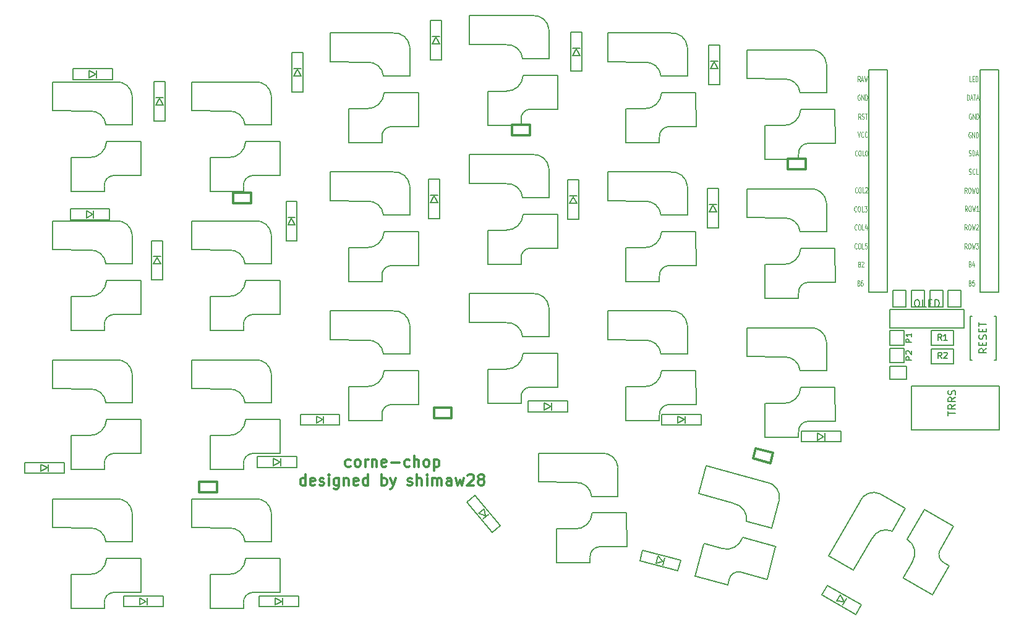
<source format=gto>
%TF.GenerationSoftware,KiCad,Pcbnew,(5.1.6-0-10_14)*%
%TF.CreationDate,2020-07-07T23:00:58+09:00*%
%TF.ProjectId,corne-cherry,636f726e-652d-4636-9865-7272792e6b69,rev?*%
%TF.SameCoordinates,Original*%
%TF.FileFunction,Legend,Top*%
%TF.FilePolarity,Positive*%
%FSLAX46Y46*%
G04 Gerber Fmt 4.6, Leading zero omitted, Abs format (unit mm)*
G04 Created by KiCad (PCBNEW (5.1.6-0-10_14)) date 2020-07-07 23:00:58*
%MOMM*%
%LPD*%
G01*
G04 APERTURE LIST*
%ADD10C,0.300000*%
%ADD11C,0.150000*%
%ADD12C,0.125000*%
G04 APERTURE END LIST*
D10*
X82385714Y-93732142D02*
X82242857Y-93803571D01*
X81957142Y-93803571D01*
X81814285Y-93732142D01*
X81742857Y-93660714D01*
X81671428Y-93517857D01*
X81671428Y-93089285D01*
X81742857Y-92946428D01*
X81814285Y-92875000D01*
X81957142Y-92803571D01*
X82242857Y-92803571D01*
X82385714Y-92875000D01*
X83242857Y-93803571D02*
X83100000Y-93732142D01*
X83028571Y-93660714D01*
X82957142Y-93517857D01*
X82957142Y-93089285D01*
X83028571Y-92946428D01*
X83100000Y-92875000D01*
X83242857Y-92803571D01*
X83457142Y-92803571D01*
X83600000Y-92875000D01*
X83671428Y-92946428D01*
X83742857Y-93089285D01*
X83742857Y-93517857D01*
X83671428Y-93660714D01*
X83600000Y-93732142D01*
X83457142Y-93803571D01*
X83242857Y-93803571D01*
X84385714Y-93803571D02*
X84385714Y-92803571D01*
X84385714Y-93089285D02*
X84457142Y-92946428D01*
X84528571Y-92875000D01*
X84671428Y-92803571D01*
X84814285Y-92803571D01*
X85314285Y-92803571D02*
X85314285Y-93803571D01*
X85314285Y-92946428D02*
X85385714Y-92875000D01*
X85528571Y-92803571D01*
X85742857Y-92803571D01*
X85885714Y-92875000D01*
X85957142Y-93017857D01*
X85957142Y-93803571D01*
X87242857Y-93732142D02*
X87100000Y-93803571D01*
X86814285Y-93803571D01*
X86671428Y-93732142D01*
X86600000Y-93589285D01*
X86600000Y-93017857D01*
X86671428Y-92875000D01*
X86814285Y-92803571D01*
X87100000Y-92803571D01*
X87242857Y-92875000D01*
X87314285Y-93017857D01*
X87314285Y-93160714D01*
X86600000Y-93303571D01*
X87957142Y-93232142D02*
X89100000Y-93232142D01*
X90457142Y-93732142D02*
X90314285Y-93803571D01*
X90028571Y-93803571D01*
X89885714Y-93732142D01*
X89814285Y-93660714D01*
X89742857Y-93517857D01*
X89742857Y-93089285D01*
X89814285Y-92946428D01*
X89885714Y-92875000D01*
X90028571Y-92803571D01*
X90314285Y-92803571D01*
X90457142Y-92875000D01*
X91100000Y-93803571D02*
X91100000Y-92303571D01*
X91742857Y-93803571D02*
X91742857Y-93017857D01*
X91671428Y-92875000D01*
X91528571Y-92803571D01*
X91314285Y-92803571D01*
X91171428Y-92875000D01*
X91100000Y-92946428D01*
X92671428Y-93803571D02*
X92528571Y-93732142D01*
X92457142Y-93660714D01*
X92385714Y-93517857D01*
X92385714Y-93089285D01*
X92457142Y-92946428D01*
X92528571Y-92875000D01*
X92671428Y-92803571D01*
X92885714Y-92803571D01*
X93028571Y-92875000D01*
X93100000Y-92946428D01*
X93171428Y-93089285D01*
X93171428Y-93517857D01*
X93100000Y-93660714D01*
X93028571Y-93732142D01*
X92885714Y-93803571D01*
X92671428Y-93803571D01*
X93814285Y-92803571D02*
X93814285Y-94303571D01*
X93814285Y-92875000D02*
X93957142Y-92803571D01*
X94242857Y-92803571D01*
X94385714Y-92875000D01*
X94457142Y-92946428D01*
X94528571Y-93089285D01*
X94528571Y-93517857D01*
X94457142Y-93660714D01*
X94385714Y-93732142D01*
X94242857Y-93803571D01*
X93957142Y-93803571D01*
X93814285Y-93732142D01*
X76207142Y-96353571D02*
X76207142Y-94853571D01*
X76207142Y-96282142D02*
X76064285Y-96353571D01*
X75778571Y-96353571D01*
X75635714Y-96282142D01*
X75564285Y-96210714D01*
X75492857Y-96067857D01*
X75492857Y-95639285D01*
X75564285Y-95496428D01*
X75635714Y-95425000D01*
X75778571Y-95353571D01*
X76064285Y-95353571D01*
X76207142Y-95425000D01*
X77492857Y-96282142D02*
X77350000Y-96353571D01*
X77064285Y-96353571D01*
X76921428Y-96282142D01*
X76850000Y-96139285D01*
X76850000Y-95567857D01*
X76921428Y-95425000D01*
X77064285Y-95353571D01*
X77350000Y-95353571D01*
X77492857Y-95425000D01*
X77564285Y-95567857D01*
X77564285Y-95710714D01*
X76850000Y-95853571D01*
X78135714Y-96282142D02*
X78278571Y-96353571D01*
X78564285Y-96353571D01*
X78707142Y-96282142D01*
X78778571Y-96139285D01*
X78778571Y-96067857D01*
X78707142Y-95925000D01*
X78564285Y-95853571D01*
X78350000Y-95853571D01*
X78207142Y-95782142D01*
X78135714Y-95639285D01*
X78135714Y-95567857D01*
X78207142Y-95425000D01*
X78350000Y-95353571D01*
X78564285Y-95353571D01*
X78707142Y-95425000D01*
X79421428Y-96353571D02*
X79421428Y-95353571D01*
X79421428Y-94853571D02*
X79350000Y-94925000D01*
X79421428Y-94996428D01*
X79492857Y-94925000D01*
X79421428Y-94853571D01*
X79421428Y-94996428D01*
X80778571Y-95353571D02*
X80778571Y-96567857D01*
X80707142Y-96710714D01*
X80635714Y-96782142D01*
X80492857Y-96853571D01*
X80278571Y-96853571D01*
X80135714Y-96782142D01*
X80778571Y-96282142D02*
X80635714Y-96353571D01*
X80350000Y-96353571D01*
X80207142Y-96282142D01*
X80135714Y-96210714D01*
X80064285Y-96067857D01*
X80064285Y-95639285D01*
X80135714Y-95496428D01*
X80207142Y-95425000D01*
X80350000Y-95353571D01*
X80635714Y-95353571D01*
X80778571Y-95425000D01*
X81492857Y-95353571D02*
X81492857Y-96353571D01*
X81492857Y-95496428D02*
X81564285Y-95425000D01*
X81707142Y-95353571D01*
X81921428Y-95353571D01*
X82064285Y-95425000D01*
X82135714Y-95567857D01*
X82135714Y-96353571D01*
X83421428Y-96282142D02*
X83278571Y-96353571D01*
X82992857Y-96353571D01*
X82850000Y-96282142D01*
X82778571Y-96139285D01*
X82778571Y-95567857D01*
X82850000Y-95425000D01*
X82992857Y-95353571D01*
X83278571Y-95353571D01*
X83421428Y-95425000D01*
X83492857Y-95567857D01*
X83492857Y-95710714D01*
X82778571Y-95853571D01*
X84778571Y-96353571D02*
X84778571Y-94853571D01*
X84778571Y-96282142D02*
X84635714Y-96353571D01*
X84350000Y-96353571D01*
X84207142Y-96282142D01*
X84135714Y-96210714D01*
X84064285Y-96067857D01*
X84064285Y-95639285D01*
X84135714Y-95496428D01*
X84207142Y-95425000D01*
X84350000Y-95353571D01*
X84635714Y-95353571D01*
X84778571Y-95425000D01*
X86635714Y-96353571D02*
X86635714Y-94853571D01*
X86635714Y-95425000D02*
X86778571Y-95353571D01*
X87064285Y-95353571D01*
X87207142Y-95425000D01*
X87278571Y-95496428D01*
X87350000Y-95639285D01*
X87350000Y-96067857D01*
X87278571Y-96210714D01*
X87207142Y-96282142D01*
X87064285Y-96353571D01*
X86778571Y-96353571D01*
X86635714Y-96282142D01*
X87850000Y-95353571D02*
X88207142Y-96353571D01*
X88564285Y-95353571D02*
X88207142Y-96353571D01*
X88064285Y-96710714D01*
X87992857Y-96782142D01*
X87850000Y-96853571D01*
X90207142Y-96282142D02*
X90350000Y-96353571D01*
X90635714Y-96353571D01*
X90778571Y-96282142D01*
X90850000Y-96139285D01*
X90850000Y-96067857D01*
X90778571Y-95925000D01*
X90635714Y-95853571D01*
X90421428Y-95853571D01*
X90278571Y-95782142D01*
X90207142Y-95639285D01*
X90207142Y-95567857D01*
X90278571Y-95425000D01*
X90421428Y-95353571D01*
X90635714Y-95353571D01*
X90778571Y-95425000D01*
X91492857Y-96353571D02*
X91492857Y-94853571D01*
X92135714Y-96353571D02*
X92135714Y-95567857D01*
X92064285Y-95425000D01*
X91921428Y-95353571D01*
X91707142Y-95353571D01*
X91564285Y-95425000D01*
X91492857Y-95496428D01*
X92850000Y-96353571D02*
X92850000Y-95353571D01*
X92850000Y-94853571D02*
X92778571Y-94925000D01*
X92850000Y-94996428D01*
X92921428Y-94925000D01*
X92850000Y-94853571D01*
X92850000Y-94996428D01*
X93564285Y-96353571D02*
X93564285Y-95353571D01*
X93564285Y-95496428D02*
X93635714Y-95425000D01*
X93778571Y-95353571D01*
X93992857Y-95353571D01*
X94135714Y-95425000D01*
X94207142Y-95567857D01*
X94207142Y-96353571D01*
X94207142Y-95567857D02*
X94278571Y-95425000D01*
X94421428Y-95353571D01*
X94635714Y-95353571D01*
X94778571Y-95425000D01*
X94849999Y-95567857D01*
X94849999Y-96353571D01*
X96207142Y-96353571D02*
X96207142Y-95567857D01*
X96135714Y-95425000D01*
X95992857Y-95353571D01*
X95707142Y-95353571D01*
X95564285Y-95425000D01*
X96207142Y-96282142D02*
X96064285Y-96353571D01*
X95707142Y-96353571D01*
X95564285Y-96282142D01*
X95492857Y-96139285D01*
X95492857Y-95996428D01*
X95564285Y-95853571D01*
X95707142Y-95782142D01*
X96064285Y-95782142D01*
X96207142Y-95710714D01*
X96778571Y-95353571D02*
X97064285Y-96353571D01*
X97350000Y-95639285D01*
X97635714Y-96353571D01*
X97921428Y-95353571D01*
X98421428Y-94996428D02*
X98492857Y-94925000D01*
X98635714Y-94853571D01*
X98992857Y-94853571D01*
X99135714Y-94925000D01*
X99207142Y-94996428D01*
X99278571Y-95139285D01*
X99278571Y-95282142D01*
X99207142Y-95496428D01*
X98349999Y-96353571D01*
X99278571Y-96353571D01*
X100135714Y-95496428D02*
X99992857Y-95425000D01*
X99921428Y-95353571D01*
X99850000Y-95210714D01*
X99850000Y-95139285D01*
X99921428Y-94996428D01*
X99992857Y-94925000D01*
X100135714Y-94853571D01*
X100421428Y-94853571D01*
X100564285Y-94925000D01*
X100635714Y-94996428D01*
X100707142Y-95139285D01*
X100707142Y-95210714D01*
X100635714Y-95353571D01*
X100564285Y-95425000D01*
X100421428Y-95496428D01*
X100135714Y-95496428D01*
X99992857Y-95567857D01*
X99921428Y-95639285D01*
X99850000Y-95782142D01*
X99850000Y-96067857D01*
X99921428Y-96210714D01*
X99992857Y-96282142D01*
X100135714Y-96353571D01*
X100421428Y-96353571D01*
X100564285Y-96282142D01*
X100635714Y-96210714D01*
X100707142Y-96067857D01*
X100707142Y-95782142D01*
X100635714Y-95639285D01*
X100564285Y-95567857D01*
X100421428Y-95496428D01*
D11*
%TO.C,SW9*%
X86680000Y-67700000D02*
X86680000Y-68400000D01*
X91675000Y-61600000D02*
X91700000Y-66200000D01*
X82100000Y-63800000D02*
X82100000Y-68400000D01*
X87900000Y-66225000D02*
X91675000Y-66225000D01*
X86975000Y-61575000D02*
X91675000Y-61575000D01*
X82125000Y-63775000D02*
X84675000Y-63775000D01*
X82125000Y-68425000D02*
X86675000Y-68425000D01*
X79600000Y-57350000D02*
X84650000Y-57396000D01*
X79600000Y-57304000D02*
X79600000Y-53396000D01*
X79600000Y-53396000D02*
X88225000Y-53396000D01*
X90500000Y-55350000D02*
X90500000Y-59295000D01*
X90500000Y-59304000D02*
X86890000Y-59304000D01*
X86680000Y-67650000D02*
G75*
G02*
X87900000Y-66230000I1320000J100000D01*
G01*
X86970000Y-61600000D02*
G75*
G02*
X84600000Y-63770000I-2270000J100000D01*
G01*
X86885000Y-59280000D02*
G75*
G03*
X84625000Y-57400000I-2070000J-190000D01*
G01*
X90489000Y-55280000D02*
G75*
G03*
X88225000Y-53396000I-2074000J-190000D01*
G01*
%TO.C,J1*%
X171200000Y-82750000D02*
X171200000Y-88750000D01*
X171200000Y-88750000D02*
X159200000Y-88750000D01*
X159200000Y-88750000D02*
X159200000Y-82750000D01*
X159200000Y-82750000D02*
X171200000Y-82750000D01*
%TO.C,J2*%
X156230000Y-74820000D02*
X166390000Y-74820000D01*
X156230000Y-72280000D02*
X166390000Y-72280000D01*
X166390000Y-72280000D02*
X166390000Y-74820000D01*
X156230000Y-74820000D02*
X156230000Y-72280000D01*
%TO.C,JP1*%
X156257000Y-81839000D02*
X156257000Y-80061000D01*
X158543000Y-81839000D02*
X156257000Y-81839000D01*
X158543000Y-80061000D02*
X158543000Y-81839000D01*
X156257000Y-80061000D02*
X158543000Y-80061000D01*
%TO.C,JP6*%
X164211000Y-69607000D02*
X165989000Y-69607000D01*
X164211000Y-71893000D02*
X164211000Y-69607000D01*
X165989000Y-71893000D02*
X164211000Y-71893000D01*
X165989000Y-69607000D02*
X165989000Y-71893000D01*
%TO.C,JP7*%
X163489000Y-69607000D02*
X163489000Y-71893000D01*
X163489000Y-71893000D02*
X161711000Y-71893000D01*
X161711000Y-71893000D02*
X161711000Y-69607000D01*
X161711000Y-69607000D02*
X163489000Y-69607000D01*
%TO.C,JP8*%
X159211000Y-69607000D02*
X160989000Y-69607000D01*
X159211000Y-71893000D02*
X159211000Y-69607000D01*
X160989000Y-71893000D02*
X159211000Y-71893000D01*
X160989000Y-69607000D02*
X160989000Y-71893000D01*
%TO.C,JP9*%
X158389000Y-69607000D02*
X158389000Y-71893000D01*
X158389000Y-71893000D02*
X156611000Y-71893000D01*
X156611000Y-71893000D02*
X156611000Y-69607000D01*
X156611000Y-69607000D02*
X158389000Y-69607000D01*
D10*
%TO.C,L22*%
X68730000Y-57700000D02*
X66280000Y-57700000D01*
X66280000Y-57700000D02*
X66280000Y-56250000D01*
X66280000Y-56250000D02*
X68700000Y-56250000D01*
X68730000Y-56250000D02*
X68730000Y-57700000D01*
%TO.C,L23*%
X106930000Y-46900000D02*
X106930000Y-48350000D01*
X104480000Y-46900000D02*
X106900000Y-46900000D01*
X104480000Y-48350000D02*
X104480000Y-46900000D01*
X106930000Y-48350000D02*
X104480000Y-48350000D01*
%TO.C,L24*%
X144730000Y-53000000D02*
X142280000Y-53000000D01*
X142280000Y-53000000D02*
X142280000Y-51550000D01*
X142280000Y-51550000D02*
X144700000Y-51550000D01*
X144730000Y-51550000D02*
X144730000Y-53000000D01*
%TO.C,L25*%
X61670000Y-97275000D02*
X61670000Y-95825000D01*
X64120000Y-97275000D02*
X61700000Y-97275000D01*
X64120000Y-95825000D02*
X64120000Y-97275000D01*
X61670000Y-95825000D02*
X64120000Y-95825000D01*
%TO.C,L26*%
X96230000Y-87175000D02*
X93780000Y-87175000D01*
X93780000Y-87175000D02*
X93780000Y-85725000D01*
X93780000Y-85725000D02*
X96200000Y-85725000D01*
X96230000Y-85725000D02*
X96230000Y-87175000D01*
%TO.C,L27*%
X140227236Y-91892268D02*
X139851948Y-93292860D01*
X137860718Y-91258161D02*
X140198258Y-91884503D01*
X137485430Y-92658754D02*
X137860718Y-91258161D01*
X139851948Y-93292860D02*
X137485430Y-92658754D01*
D11*
%TO.C,P1*%
X156200000Y-77150000D02*
X158200000Y-77150000D01*
X158200000Y-77150000D02*
X158200000Y-75150000D01*
X158200000Y-75150000D02*
X156200000Y-75150000D01*
X156200000Y-75150000D02*
X156200000Y-77150000D01*
%TO.C,P2*%
X156200000Y-77550000D02*
X156200000Y-79550000D01*
X158200000Y-77550000D02*
X156200000Y-77550000D01*
X158200000Y-79550000D02*
X158200000Y-77550000D01*
X156200000Y-79550000D02*
X158200000Y-79550000D01*
%TO.C,R1*%
X164901140Y-75149240D02*
X161898860Y-75149240D01*
X164901140Y-77150760D02*
X164901140Y-75149240D01*
X161898860Y-77150760D02*
X164901140Y-77150760D01*
X161898860Y-75149240D02*
X161898860Y-77150760D01*
%TO.C,R2*%
X161898860Y-77649240D02*
X161898860Y-79650760D01*
X161898860Y-79650760D02*
X164901140Y-79650760D01*
X164901140Y-79650760D02*
X164901140Y-77649240D01*
X164901140Y-77649240D02*
X161898860Y-77649240D01*
%TO.C,RSW1*%
X170750000Y-79150000D02*
X170750000Y-73150000D01*
X170750000Y-73150000D02*
X170500000Y-73150000D01*
X170750000Y-79150000D02*
X170500000Y-79150000D01*
X167250000Y-79150000D02*
X167500000Y-79150000D01*
X167250000Y-79150000D02*
X167250000Y-73150000D01*
X167250000Y-73150000D02*
X167500000Y-73150000D01*
%TO.C,SW1*%
X48680000Y-55350000D02*
X48680000Y-56050000D01*
X53675000Y-49250000D02*
X53700000Y-53850000D01*
X44100000Y-51450000D02*
X44100000Y-56050000D01*
X49900000Y-53875000D02*
X53675000Y-53875000D01*
X48975000Y-49225000D02*
X53675000Y-49225000D01*
X44125000Y-51425000D02*
X46675000Y-51425000D01*
X44125000Y-56075000D02*
X48675000Y-56075000D01*
X41600000Y-45000000D02*
X46650000Y-45046000D01*
X41600000Y-44954000D02*
X41600000Y-41046000D01*
X41600000Y-41046000D02*
X50225000Y-41046000D01*
X52500000Y-43000000D02*
X52500000Y-46945000D01*
X52500000Y-46954000D02*
X48890000Y-46954000D01*
X48680000Y-55300000D02*
G75*
G02*
X49900000Y-53880000I1320000J100000D01*
G01*
X48970000Y-49250000D02*
G75*
G02*
X46600000Y-51420000I-2270000J100000D01*
G01*
X48885000Y-46930000D02*
G75*
G03*
X46625000Y-45050000I-2070000J-190000D01*
G01*
X52489000Y-42930000D02*
G75*
G03*
X50225000Y-41046000I-2074000J-190000D01*
G01*
%TO.C,SW2*%
X71550000Y-46954000D02*
X67940000Y-46954000D01*
X71550000Y-43000000D02*
X71550000Y-46945000D01*
X60650000Y-41046000D02*
X69275000Y-41046000D01*
X60650000Y-44954000D02*
X60650000Y-41046000D01*
X60650000Y-45000000D02*
X65700000Y-45046000D01*
X63175000Y-56075000D02*
X67725000Y-56075000D01*
X63175000Y-51425000D02*
X65725000Y-51425000D01*
X68025000Y-49225000D02*
X72725000Y-49225000D01*
X68950000Y-53875000D02*
X72725000Y-53875000D01*
X63150000Y-51450000D02*
X63150000Y-56050000D01*
X72725000Y-49250000D02*
X72750000Y-53850000D01*
X67730000Y-55350000D02*
X67730000Y-56050000D01*
X71539000Y-42930000D02*
G75*
G03*
X69275000Y-41046000I-2074000J-190000D01*
G01*
X67935000Y-46930000D02*
G75*
G03*
X65675000Y-45050000I-2070000J-190000D01*
G01*
X68020000Y-49250000D02*
G75*
G02*
X65650000Y-51420000I-2270000J100000D01*
G01*
X67730000Y-55300000D02*
G75*
G02*
X68950000Y-53880000I1320000J100000D01*
G01*
%TO.C,SW3*%
X86680000Y-48650000D02*
X86680000Y-49350000D01*
X91675000Y-42550000D02*
X91700000Y-47150000D01*
X82100000Y-44750000D02*
X82100000Y-49350000D01*
X87900000Y-47175000D02*
X91675000Y-47175000D01*
X86975000Y-42525000D02*
X91675000Y-42525000D01*
X82125000Y-44725000D02*
X84675000Y-44725000D01*
X82125000Y-49375000D02*
X86675000Y-49375000D01*
X79600000Y-38300000D02*
X84650000Y-38346000D01*
X79600000Y-38254000D02*
X79600000Y-34346000D01*
X79600000Y-34346000D02*
X88225000Y-34346000D01*
X90500000Y-36300000D02*
X90500000Y-40245000D01*
X90500000Y-40254000D02*
X86890000Y-40254000D01*
X86680000Y-48600000D02*
G75*
G02*
X87900000Y-47180000I1320000J100000D01*
G01*
X86970000Y-42550000D02*
G75*
G02*
X84600000Y-44720000I-2270000J100000D01*
G01*
X86885000Y-40230000D02*
G75*
G03*
X84625000Y-38350000I-2070000J-190000D01*
G01*
X90489000Y-36230000D02*
G75*
G03*
X88225000Y-34346000I-2074000J-190000D01*
G01*
%TO.C,SW4*%
X109550000Y-37854000D02*
X105940000Y-37854000D01*
X109550000Y-33900000D02*
X109550000Y-37845000D01*
X98650000Y-31946000D02*
X107275000Y-31946000D01*
X98650000Y-35854000D02*
X98650000Y-31946000D01*
X98650000Y-35900000D02*
X103700000Y-35946000D01*
X101175000Y-46975000D02*
X105725000Y-46975000D01*
X101175000Y-42325000D02*
X103725000Y-42325000D01*
X106025000Y-40125000D02*
X110725000Y-40125000D01*
X106950000Y-44775000D02*
X110725000Y-44775000D01*
X101150000Y-42350000D02*
X101150000Y-46950000D01*
X110725000Y-40150000D02*
X110750000Y-44750000D01*
X105730000Y-46250000D02*
X105730000Y-46950000D01*
X109539000Y-33830000D02*
G75*
G03*
X107275000Y-31946000I-2074000J-190000D01*
G01*
X105935000Y-37830000D02*
G75*
G03*
X103675000Y-35950000I-2070000J-190000D01*
G01*
X106020000Y-40150000D02*
G75*
G02*
X103650000Y-42320000I-2270000J100000D01*
G01*
X105730000Y-46200000D02*
G75*
G02*
X106950000Y-44780000I1320000J100000D01*
G01*
%TO.C,SW5*%
X124680000Y-48650000D02*
X124680000Y-49350000D01*
X129675000Y-42550000D02*
X129700000Y-47150000D01*
X120100000Y-44750000D02*
X120100000Y-49350000D01*
X125900000Y-47175000D02*
X129675000Y-47175000D01*
X124975000Y-42525000D02*
X129675000Y-42525000D01*
X120125000Y-44725000D02*
X122675000Y-44725000D01*
X120125000Y-49375000D02*
X124675000Y-49375000D01*
X117600000Y-38300000D02*
X122650000Y-38346000D01*
X117600000Y-38254000D02*
X117600000Y-34346000D01*
X117600000Y-34346000D02*
X126225000Y-34346000D01*
X128500000Y-36300000D02*
X128500000Y-40245000D01*
X128500000Y-40254000D02*
X124890000Y-40254000D01*
X124680000Y-48600000D02*
G75*
G02*
X125900000Y-47180000I1320000J100000D01*
G01*
X124970000Y-42550000D02*
G75*
G02*
X122600000Y-44720000I-2270000J100000D01*
G01*
X124885000Y-40230000D02*
G75*
G03*
X122625000Y-38350000I-2070000J-190000D01*
G01*
X128489000Y-36230000D02*
G75*
G03*
X126225000Y-34346000I-2074000J-190000D01*
G01*
%TO.C,SW6*%
X147550000Y-42554000D02*
X143940000Y-42554000D01*
X147550000Y-38600000D02*
X147550000Y-42545000D01*
X136650000Y-36646000D02*
X145275000Y-36646000D01*
X136650000Y-40554000D02*
X136650000Y-36646000D01*
X136650000Y-40600000D02*
X141700000Y-40646000D01*
X139175000Y-51675000D02*
X143725000Y-51675000D01*
X139175000Y-47025000D02*
X141725000Y-47025000D01*
X144025000Y-44825000D02*
X148725000Y-44825000D01*
X144950000Y-49475000D02*
X148725000Y-49475000D01*
X139150000Y-47050000D02*
X139150000Y-51650000D01*
X148725000Y-44850000D02*
X148750000Y-49450000D01*
X143730000Y-50950000D02*
X143730000Y-51650000D01*
X147539000Y-38530000D02*
G75*
G03*
X145275000Y-36646000I-2074000J-190000D01*
G01*
X143935000Y-42530000D02*
G75*
G03*
X141675000Y-40650000I-2070000J-190000D01*
G01*
X144020000Y-44850000D02*
G75*
G02*
X141650000Y-47020000I-2270000J100000D01*
G01*
X143730000Y-50900000D02*
G75*
G02*
X144950000Y-49480000I1320000J100000D01*
G01*
%TO.C,SW7*%
X48680000Y-74400000D02*
X48680000Y-75100000D01*
X53675000Y-68300000D02*
X53700000Y-72900000D01*
X44100000Y-70500000D02*
X44100000Y-75100000D01*
X49900000Y-72925000D02*
X53675000Y-72925000D01*
X48975000Y-68275000D02*
X53675000Y-68275000D01*
X44125000Y-70475000D02*
X46675000Y-70475000D01*
X44125000Y-75125000D02*
X48675000Y-75125000D01*
X41600000Y-64050000D02*
X46650000Y-64096000D01*
X41600000Y-64004000D02*
X41600000Y-60096000D01*
X41600000Y-60096000D02*
X50225000Y-60096000D01*
X52500000Y-62050000D02*
X52500000Y-65995000D01*
X52500000Y-66004000D02*
X48890000Y-66004000D01*
X48680000Y-74350000D02*
G75*
G02*
X49900000Y-72930000I1320000J100000D01*
G01*
X48970000Y-68300000D02*
G75*
G02*
X46600000Y-70470000I-2270000J100000D01*
G01*
X48885000Y-65980000D02*
G75*
G03*
X46625000Y-64100000I-2070000J-190000D01*
G01*
X52489000Y-61980000D02*
G75*
G03*
X50225000Y-60096000I-2074000J-190000D01*
G01*
%TO.C,SW8*%
X71550000Y-66004000D02*
X67940000Y-66004000D01*
X71550000Y-62050000D02*
X71550000Y-65995000D01*
X60650000Y-60096000D02*
X69275000Y-60096000D01*
X60650000Y-64004000D02*
X60650000Y-60096000D01*
X60650000Y-64050000D02*
X65700000Y-64096000D01*
X63175000Y-75125000D02*
X67725000Y-75125000D01*
X63175000Y-70475000D02*
X65725000Y-70475000D01*
X68025000Y-68275000D02*
X72725000Y-68275000D01*
X68950000Y-72925000D02*
X72725000Y-72925000D01*
X63150000Y-70500000D02*
X63150000Y-75100000D01*
X72725000Y-68300000D02*
X72750000Y-72900000D01*
X67730000Y-74400000D02*
X67730000Y-75100000D01*
X71539000Y-61980000D02*
G75*
G03*
X69275000Y-60096000I-2074000J-190000D01*
G01*
X67935000Y-65980000D02*
G75*
G03*
X65675000Y-64100000I-2070000J-190000D01*
G01*
X68020000Y-68300000D02*
G75*
G02*
X65650000Y-70470000I-2270000J100000D01*
G01*
X67730000Y-74350000D02*
G75*
G02*
X68950000Y-72930000I1320000J100000D01*
G01*
%TO.C,SW10*%
X109550000Y-56904000D02*
X105940000Y-56904000D01*
X109550000Y-52950000D02*
X109550000Y-56895000D01*
X98650000Y-50996000D02*
X107275000Y-50996000D01*
X98650000Y-54904000D02*
X98650000Y-50996000D01*
X98650000Y-54950000D02*
X103700000Y-54996000D01*
X101175000Y-66025000D02*
X105725000Y-66025000D01*
X101175000Y-61375000D02*
X103725000Y-61375000D01*
X106025000Y-59175000D02*
X110725000Y-59175000D01*
X106950000Y-63825000D02*
X110725000Y-63825000D01*
X101150000Y-61400000D02*
X101150000Y-66000000D01*
X110725000Y-59200000D02*
X110750000Y-63800000D01*
X105730000Y-65300000D02*
X105730000Y-66000000D01*
X109539000Y-52880000D02*
G75*
G03*
X107275000Y-50996000I-2074000J-190000D01*
G01*
X105935000Y-56880000D02*
G75*
G03*
X103675000Y-55000000I-2070000J-190000D01*
G01*
X106020000Y-59200000D02*
G75*
G02*
X103650000Y-61370000I-2270000J100000D01*
G01*
X105730000Y-65250000D02*
G75*
G02*
X106950000Y-63830000I1320000J100000D01*
G01*
%TO.C,SW11*%
X124680000Y-67700000D02*
X124680000Y-68400000D01*
X129675000Y-61600000D02*
X129700000Y-66200000D01*
X120100000Y-63800000D02*
X120100000Y-68400000D01*
X125900000Y-66225000D02*
X129675000Y-66225000D01*
X124975000Y-61575000D02*
X129675000Y-61575000D01*
X120125000Y-63775000D02*
X122675000Y-63775000D01*
X120125000Y-68425000D02*
X124675000Y-68425000D01*
X117600000Y-57350000D02*
X122650000Y-57396000D01*
X117600000Y-57304000D02*
X117600000Y-53396000D01*
X117600000Y-53396000D02*
X126225000Y-53396000D01*
X128500000Y-55350000D02*
X128500000Y-59295000D01*
X128500000Y-59304000D02*
X124890000Y-59304000D01*
X124680000Y-67650000D02*
G75*
G02*
X125900000Y-66230000I1320000J100000D01*
G01*
X124970000Y-61600000D02*
G75*
G02*
X122600000Y-63770000I-2270000J100000D01*
G01*
X124885000Y-59280000D02*
G75*
G03*
X122625000Y-57400000I-2070000J-190000D01*
G01*
X128489000Y-55280000D02*
G75*
G03*
X126225000Y-53396000I-2074000J-190000D01*
G01*
%TO.C,SW12*%
X147550000Y-61604000D02*
X143940000Y-61604000D01*
X147550000Y-57650000D02*
X147550000Y-61595000D01*
X136650000Y-55696000D02*
X145275000Y-55696000D01*
X136650000Y-59604000D02*
X136650000Y-55696000D01*
X136650000Y-59650000D02*
X141700000Y-59696000D01*
X139175000Y-70725000D02*
X143725000Y-70725000D01*
X139175000Y-66075000D02*
X141725000Y-66075000D01*
X144025000Y-63875000D02*
X148725000Y-63875000D01*
X144950000Y-68525000D02*
X148725000Y-68525000D01*
X139150000Y-66100000D02*
X139150000Y-70700000D01*
X148725000Y-63900000D02*
X148750000Y-68500000D01*
X143730000Y-70000000D02*
X143730000Y-70700000D01*
X147539000Y-57580000D02*
G75*
G03*
X145275000Y-55696000I-2074000J-190000D01*
G01*
X143935000Y-61580000D02*
G75*
G03*
X141675000Y-59700000I-2070000J-190000D01*
G01*
X144020000Y-63900000D02*
G75*
G02*
X141650000Y-66070000I-2270000J100000D01*
G01*
X143730000Y-69950000D02*
G75*
G02*
X144950000Y-68530000I1320000J100000D01*
G01*
%TO.C,SW13*%
X48680000Y-93450000D02*
X48680000Y-94150000D01*
X53675000Y-87350000D02*
X53700000Y-91950000D01*
X44100000Y-89550000D02*
X44100000Y-94150000D01*
X49900000Y-91975000D02*
X53675000Y-91975000D01*
X48975000Y-87325000D02*
X53675000Y-87325000D01*
X44125000Y-89525000D02*
X46675000Y-89525000D01*
X44125000Y-94175000D02*
X48675000Y-94175000D01*
X41600000Y-83100000D02*
X46650000Y-83146000D01*
X41600000Y-83054000D02*
X41600000Y-79146000D01*
X41600000Y-79146000D02*
X50225000Y-79146000D01*
X52500000Y-81100000D02*
X52500000Y-85045000D01*
X52500000Y-85054000D02*
X48890000Y-85054000D01*
X48680000Y-93400000D02*
G75*
G02*
X49900000Y-91980000I1320000J100000D01*
G01*
X48970000Y-87350000D02*
G75*
G02*
X46600000Y-89520000I-2270000J100000D01*
G01*
X48885000Y-85030000D02*
G75*
G03*
X46625000Y-83150000I-2070000J-190000D01*
G01*
X52489000Y-81030000D02*
G75*
G03*
X50225000Y-79146000I-2074000J-190000D01*
G01*
%TO.C,SW14*%
X71550000Y-85054000D02*
X67940000Y-85054000D01*
X71550000Y-81100000D02*
X71550000Y-85045000D01*
X60650000Y-79146000D02*
X69275000Y-79146000D01*
X60650000Y-83054000D02*
X60650000Y-79146000D01*
X60650000Y-83100000D02*
X65700000Y-83146000D01*
X63175000Y-94175000D02*
X67725000Y-94175000D01*
X63175000Y-89525000D02*
X65725000Y-89525000D01*
X68025000Y-87325000D02*
X72725000Y-87325000D01*
X68950000Y-91975000D02*
X72725000Y-91975000D01*
X63150000Y-89550000D02*
X63150000Y-94150000D01*
X72725000Y-87350000D02*
X72750000Y-91950000D01*
X67730000Y-93450000D02*
X67730000Y-94150000D01*
X71539000Y-81030000D02*
G75*
G03*
X69275000Y-79146000I-2074000J-190000D01*
G01*
X67935000Y-85030000D02*
G75*
G03*
X65675000Y-83150000I-2070000J-190000D01*
G01*
X68020000Y-87350000D02*
G75*
G02*
X65650000Y-89520000I-2270000J100000D01*
G01*
X67730000Y-93400000D02*
G75*
G02*
X68950000Y-91980000I1320000J100000D01*
G01*
%TO.C,SW15*%
X86680000Y-86750000D02*
X86680000Y-87450000D01*
X91675000Y-80650000D02*
X91700000Y-85250000D01*
X82100000Y-82850000D02*
X82100000Y-87450000D01*
X87900000Y-85275000D02*
X91675000Y-85275000D01*
X86975000Y-80625000D02*
X91675000Y-80625000D01*
X82125000Y-82825000D02*
X84675000Y-82825000D01*
X82125000Y-87475000D02*
X86675000Y-87475000D01*
X79600000Y-76400000D02*
X84650000Y-76446000D01*
X79600000Y-76354000D02*
X79600000Y-72446000D01*
X79600000Y-72446000D02*
X88225000Y-72446000D01*
X90500000Y-74400000D02*
X90500000Y-78345000D01*
X90500000Y-78354000D02*
X86890000Y-78354000D01*
X86680000Y-86700000D02*
G75*
G02*
X87900000Y-85280000I1320000J100000D01*
G01*
X86970000Y-80650000D02*
G75*
G02*
X84600000Y-82820000I-2270000J100000D01*
G01*
X86885000Y-78330000D02*
G75*
G03*
X84625000Y-76450000I-2070000J-190000D01*
G01*
X90489000Y-74330000D02*
G75*
G03*
X88225000Y-72446000I-2074000J-190000D01*
G01*
%TO.C,SW16*%
X109550000Y-75954000D02*
X105940000Y-75954000D01*
X109550000Y-72000000D02*
X109550000Y-75945000D01*
X98650000Y-70046000D02*
X107275000Y-70046000D01*
X98650000Y-73954000D02*
X98650000Y-70046000D01*
X98650000Y-74000000D02*
X103700000Y-74046000D01*
X101175000Y-85075000D02*
X105725000Y-85075000D01*
X101175000Y-80425000D02*
X103725000Y-80425000D01*
X106025000Y-78225000D02*
X110725000Y-78225000D01*
X106950000Y-82875000D02*
X110725000Y-82875000D01*
X101150000Y-80450000D02*
X101150000Y-85050000D01*
X110725000Y-78250000D02*
X110750000Y-82850000D01*
X105730000Y-84350000D02*
X105730000Y-85050000D01*
X109539000Y-71930000D02*
G75*
G03*
X107275000Y-70046000I-2074000J-190000D01*
G01*
X105935000Y-75930000D02*
G75*
G03*
X103675000Y-74050000I-2070000J-190000D01*
G01*
X106020000Y-78250000D02*
G75*
G02*
X103650000Y-80420000I-2270000J100000D01*
G01*
X105730000Y-84300000D02*
G75*
G02*
X106950000Y-82880000I1320000J100000D01*
G01*
%TO.C,SW17*%
X124680000Y-86750000D02*
X124680000Y-87450000D01*
X129675000Y-80650000D02*
X129700000Y-85250000D01*
X120100000Y-82850000D02*
X120100000Y-87450000D01*
X125900000Y-85275000D02*
X129675000Y-85275000D01*
X124975000Y-80625000D02*
X129675000Y-80625000D01*
X120125000Y-82825000D02*
X122675000Y-82825000D01*
X120125000Y-87475000D02*
X124675000Y-87475000D01*
X117600000Y-76400000D02*
X122650000Y-76446000D01*
X117600000Y-76354000D02*
X117600000Y-72446000D01*
X117600000Y-72446000D02*
X126225000Y-72446000D01*
X128500000Y-74400000D02*
X128500000Y-78345000D01*
X128500000Y-78354000D02*
X124890000Y-78354000D01*
X124680000Y-86700000D02*
G75*
G02*
X125900000Y-85280000I1320000J100000D01*
G01*
X124970000Y-80650000D02*
G75*
G02*
X122600000Y-82820000I-2270000J100000D01*
G01*
X124885000Y-78330000D02*
G75*
G03*
X122625000Y-76450000I-2070000J-190000D01*
G01*
X128489000Y-74330000D02*
G75*
G03*
X126225000Y-72446000I-2074000J-190000D01*
G01*
%TO.C,SW18*%
X147550000Y-80654000D02*
X143940000Y-80654000D01*
X147550000Y-76700000D02*
X147550000Y-80645000D01*
X136650000Y-74746000D02*
X145275000Y-74746000D01*
X136650000Y-78654000D02*
X136650000Y-74746000D01*
X136650000Y-78700000D02*
X141700000Y-78746000D01*
X139175000Y-89775000D02*
X143725000Y-89775000D01*
X139175000Y-85125000D02*
X141725000Y-85125000D01*
X144025000Y-82925000D02*
X148725000Y-82925000D01*
X144950000Y-87575000D02*
X148725000Y-87575000D01*
X139150000Y-85150000D02*
X139150000Y-89750000D01*
X148725000Y-82950000D02*
X148750000Y-87550000D01*
X143730000Y-89050000D02*
X143730000Y-89750000D01*
X147539000Y-76630000D02*
G75*
G03*
X145275000Y-74746000I-2074000J-190000D01*
G01*
X143935000Y-80630000D02*
G75*
G03*
X141675000Y-78750000I-2070000J-190000D01*
G01*
X144020000Y-82950000D02*
G75*
G02*
X141650000Y-85120000I-2270000J100000D01*
G01*
X143730000Y-89000000D02*
G75*
G02*
X144950000Y-87580000I1320000J100000D01*
G01*
%TO.C,SW19*%
X48680000Y-112500000D02*
X48680000Y-113200000D01*
X53675000Y-106400000D02*
X53700000Y-111000000D01*
X44100000Y-108600000D02*
X44100000Y-113200000D01*
X49900000Y-111025000D02*
X53675000Y-111025000D01*
X48975000Y-106375000D02*
X53675000Y-106375000D01*
X44125000Y-108575000D02*
X46675000Y-108575000D01*
X44125000Y-113225000D02*
X48675000Y-113225000D01*
X41600000Y-102150000D02*
X46650000Y-102196000D01*
X41600000Y-102104000D02*
X41600000Y-98196000D01*
X41600000Y-98196000D02*
X50225000Y-98196000D01*
X52500000Y-100150000D02*
X52500000Y-104095000D01*
X52500000Y-104104000D02*
X48890000Y-104104000D01*
X48680000Y-112450000D02*
G75*
G02*
X49900000Y-111030000I1320000J100000D01*
G01*
X48970000Y-106400000D02*
G75*
G02*
X46600000Y-108570000I-2270000J100000D01*
G01*
X48885000Y-104080000D02*
G75*
G03*
X46625000Y-102200000I-2070000J-190000D01*
G01*
X52489000Y-100080000D02*
G75*
G03*
X50225000Y-98196000I-2074000J-190000D01*
G01*
%TO.C,SW20*%
X71550000Y-104104000D02*
X67940000Y-104104000D01*
X71550000Y-100150000D02*
X71550000Y-104095000D01*
X60650000Y-98196000D02*
X69275000Y-98196000D01*
X60650000Y-102104000D02*
X60650000Y-98196000D01*
X60650000Y-102150000D02*
X65700000Y-102196000D01*
X63175000Y-113225000D02*
X67725000Y-113225000D01*
X63175000Y-108575000D02*
X65725000Y-108575000D01*
X68025000Y-106375000D02*
X72725000Y-106375000D01*
X68950000Y-111025000D02*
X72725000Y-111025000D01*
X63150000Y-108600000D02*
X63150000Y-113200000D01*
X72725000Y-106400000D02*
X72750000Y-111000000D01*
X67730000Y-112500000D02*
X67730000Y-113200000D01*
X71539000Y-100080000D02*
G75*
G03*
X69275000Y-98196000I-2074000J-190000D01*
G01*
X67935000Y-104080000D02*
G75*
G03*
X65675000Y-102200000I-2070000J-190000D01*
G01*
X68020000Y-106400000D02*
G75*
G02*
X65650000Y-108570000I-2270000J100000D01*
G01*
X67730000Y-112450000D02*
G75*
G02*
X68950000Y-111030000I1320000J100000D01*
G01*
%TO.C,SW21*%
X115180000Y-106250000D02*
X115180000Y-106950000D01*
X120175000Y-100150000D02*
X120200000Y-104750000D01*
X110600000Y-102350000D02*
X110600000Y-106950000D01*
X116400000Y-104775000D02*
X120175000Y-104775000D01*
X115475000Y-100125000D02*
X120175000Y-100125000D01*
X110625000Y-102325000D02*
X113175000Y-102325000D01*
X110625000Y-106975000D02*
X115175000Y-106975000D01*
X108100000Y-95900000D02*
X113150000Y-95946000D01*
X108100000Y-95854000D02*
X108100000Y-91946000D01*
X108100000Y-91946000D02*
X116725000Y-91946000D01*
X119000000Y-93900000D02*
X119000000Y-97845000D01*
X119000000Y-97854000D02*
X115390000Y-97854000D01*
X115180000Y-106200000D02*
G75*
G02*
X116400000Y-104780000I1320000J100000D01*
G01*
X115470000Y-100150000D02*
G75*
G02*
X113100000Y-102320000I-2270000J100000D01*
G01*
X115385000Y-97830000D02*
G75*
G03*
X113125000Y-95950000I-2070000J-190000D01*
G01*
X118989000Y-93830000D02*
G75*
G03*
X116725000Y-91946000I-2074000J-190000D01*
G01*
%TO.C,SW22*%
X140055797Y-102212830D02*
X136568805Y-101278493D01*
X141079168Y-98393559D02*
X140058127Y-102204136D01*
X131056309Y-93685012D02*
X139387419Y-95917327D01*
X130044844Y-97459850D02*
X131056309Y-93685012D01*
X130032938Y-97504283D02*
X134898958Y-98855752D01*
X129605480Y-108855430D02*
X134000443Y-110033056D01*
X130808989Y-104363875D02*
X133272100Y-105023863D01*
X136063131Y-103494110D02*
X140602982Y-104710560D01*
X135753104Y-108225073D02*
X139399474Y-109202115D01*
X130778370Y-104381552D02*
X129587802Y-108824811D01*
X140596512Y-104734708D02*
X139430092Y-109184437D01*
X134192916Y-109334054D02*
X134011743Y-110010202D01*
X141086659Y-98323097D02*
G75*
G03*
X139387419Y-95917327I-2052505J353265D01*
G01*
X136570187Y-101254017D02*
G75*
G03*
X134873775Y-98853145I-2048642J352230D01*
G01*
X136051831Y-103516964D02*
G75*
G02*
X133200949Y-104999622I-2166770J684112D01*
G01*
X134205857Y-109285757D02*
G75*
G02*
X135751810Y-108229902I1300904J-245049D01*
G01*
%TO.C,SW23*%
X163735191Y-107025462D02*
X164341408Y-107375462D01*
X160949936Y-99649665D02*
X164946152Y-101928015D01*
X158067691Y-109041858D02*
X162051408Y-111341858D01*
X163067803Y-105231411D02*
X164955303Y-101962165D01*
X158578285Y-103707485D02*
X160928285Y-99637165D01*
X158058541Y-109007708D02*
X159333541Y-106799343D01*
X162085559Y-111332708D02*
X164360559Y-107392292D01*
X151231828Y-107981922D02*
X153796665Y-103631494D01*
X151191990Y-107958922D02*
X147807563Y-106004922D01*
X147807563Y-106004922D02*
X152120063Y-98535453D01*
X154949777Y-97542245D02*
X158366247Y-99514745D01*
X158374041Y-99519245D02*
X156569041Y-102645597D01*
X163691889Y-107000463D02*
G75*
G02*
X163072133Y-105233911I573398J1193154D01*
G01*
X158597436Y-103724314D02*
G75*
G02*
X159291711Y-106861795I-1221603J-1915878D01*
G01*
X156545756Y-102637927D02*
G75*
G03*
X153787629Y-103655144I-870455J-1887672D01*
G01*
X154883655Y-97516771D02*
G75*
G03*
X152120063Y-98535453I-872455J-1891137D01*
G01*
%TO.C,U1*%
X153366400Y-39402000D02*
X155906400Y-39402000D01*
X155906400Y-39402000D02*
X155906400Y-69882000D01*
X155906400Y-69882000D02*
X153366400Y-69882000D01*
X153366400Y-69882000D02*
X153366400Y-39402000D01*
X168586400Y-39402000D02*
X171126400Y-39402000D01*
X171126400Y-39402000D02*
X171126400Y-69882000D01*
X171126400Y-69882000D02*
X168586400Y-69882000D01*
X168586400Y-69882000D02*
X168586400Y-39402000D01*
%TO.C,D1*%
X47600000Y-40500000D02*
X47600000Y-39500000D01*
X47500000Y-40000000D02*
X46600000Y-40500000D01*
X46600000Y-39500000D02*
X47500000Y-40000000D01*
X46600000Y-40500000D02*
X46600000Y-39500000D01*
X44400000Y-40750000D02*
X44400000Y-39250000D01*
X49800000Y-40750000D02*
X49800000Y-39250000D01*
X44400000Y-40750000D02*
X49800000Y-40750000D01*
X49800000Y-39250000D02*
X44400000Y-39250000D01*
%TO.C,D2*%
X55450000Y-41000000D02*
X55450000Y-46400000D01*
X56950000Y-46400000D02*
X56950000Y-41000000D01*
X56950000Y-41000000D02*
X55450000Y-41000000D01*
X56950000Y-46400000D02*
X55450000Y-46400000D01*
X56700000Y-44200000D02*
X55700000Y-44200000D01*
X55700000Y-44200000D02*
X56200000Y-43300000D01*
X56200000Y-43300000D02*
X56700000Y-44200000D01*
X56700000Y-43200000D02*
X55700000Y-43200000D01*
%TO.C,D3*%
X75600000Y-39200000D02*
X74600000Y-39200000D01*
X75100000Y-39300000D02*
X75600000Y-40200000D01*
X74600000Y-40200000D02*
X75100000Y-39300000D01*
X75600000Y-40200000D02*
X74600000Y-40200000D01*
X75850000Y-42400000D02*
X74350000Y-42400000D01*
X75850000Y-37000000D02*
X74350000Y-37000000D01*
X75850000Y-42400000D02*
X75850000Y-37000000D01*
X74350000Y-37000000D02*
X74350000Y-42400000D01*
%TO.C,D4*%
X93350000Y-32600000D02*
X93350000Y-38000000D01*
X94850000Y-38000000D02*
X94850000Y-32600000D01*
X94850000Y-32600000D02*
X93350000Y-32600000D01*
X94850000Y-38000000D02*
X93350000Y-38000000D01*
X94600000Y-35800000D02*
X93600000Y-35800000D01*
X93600000Y-35800000D02*
X94100000Y-34900000D01*
X94100000Y-34900000D02*
X94600000Y-35800000D01*
X94600000Y-34800000D02*
X93600000Y-34800000D01*
%TO.C,D5*%
X113800000Y-36400000D02*
X112800000Y-36400000D01*
X113300000Y-36500000D02*
X113800000Y-37400000D01*
X112800000Y-37400000D02*
X113300000Y-36500000D01*
X113800000Y-37400000D02*
X112800000Y-37400000D01*
X114050000Y-39600000D02*
X112550000Y-39600000D01*
X114050000Y-34200000D02*
X112550000Y-34200000D01*
X114050000Y-39600000D02*
X114050000Y-34200000D01*
X112550000Y-34200000D02*
X112550000Y-39600000D01*
%TO.C,D6*%
X131450000Y-36000000D02*
X131450000Y-41400000D01*
X132950000Y-41400000D02*
X132950000Y-36000000D01*
X132950000Y-36000000D02*
X131450000Y-36000000D01*
X132950000Y-41400000D02*
X131450000Y-41400000D01*
X132700000Y-39200000D02*
X131700000Y-39200000D01*
X131700000Y-39200000D02*
X132200000Y-38300000D01*
X132200000Y-38300000D02*
X132700000Y-39200000D01*
X132700000Y-38200000D02*
X131700000Y-38200000D01*
%TO.C,D7*%
X47200000Y-59700000D02*
X47200000Y-58700000D01*
X47100000Y-59200000D02*
X46200000Y-59700000D01*
X46200000Y-58700000D02*
X47100000Y-59200000D01*
X46200000Y-59700000D02*
X46200000Y-58700000D01*
X44000000Y-59950000D02*
X44000000Y-58450000D01*
X49400000Y-59950000D02*
X49400000Y-58450000D01*
X44000000Y-59950000D02*
X49400000Y-59950000D01*
X49400000Y-58450000D02*
X44000000Y-58450000D01*
%TO.C,D8*%
X55150000Y-62800000D02*
X55150000Y-68200000D01*
X56650000Y-68200000D02*
X56650000Y-62800000D01*
X56650000Y-62800000D02*
X55150000Y-62800000D01*
X56650000Y-68200000D02*
X55150000Y-68200000D01*
X56400000Y-66000000D02*
X55400000Y-66000000D01*
X55400000Y-66000000D02*
X55900000Y-65100000D01*
X55900000Y-65100000D02*
X56400000Y-66000000D01*
X56400000Y-65000000D02*
X55400000Y-65000000D01*
%TO.C,D9*%
X73550000Y-57400000D02*
X73550000Y-62800000D01*
X75050000Y-62800000D02*
X75050000Y-57400000D01*
X75050000Y-57400000D02*
X73550000Y-57400000D01*
X75050000Y-62800000D02*
X73550000Y-62800000D01*
X74800000Y-60600000D02*
X73800000Y-60600000D01*
X73800000Y-60600000D02*
X74300000Y-59700000D01*
X74300000Y-59700000D02*
X74800000Y-60600000D01*
X74800000Y-59600000D02*
X73800000Y-59600000D01*
%TO.C,D10*%
X94300000Y-56600000D02*
X93300000Y-56600000D01*
X93800000Y-56700000D02*
X94300000Y-57600000D01*
X93300000Y-57600000D02*
X93800000Y-56700000D01*
X94300000Y-57600000D02*
X93300000Y-57600000D01*
X94550000Y-59800000D02*
X93050000Y-59800000D01*
X94550000Y-54400000D02*
X93050000Y-54400000D01*
X94550000Y-59800000D02*
X94550000Y-54400000D01*
X93050000Y-54400000D02*
X93050000Y-59800000D01*
%TO.C,D11*%
X112150000Y-54500000D02*
X112150000Y-59900000D01*
X113650000Y-59900000D02*
X113650000Y-54500000D01*
X113650000Y-54500000D02*
X112150000Y-54500000D01*
X113650000Y-59900000D02*
X112150000Y-59900000D01*
X113400000Y-57700000D02*
X112400000Y-57700000D01*
X112400000Y-57700000D02*
X112900000Y-56800000D01*
X112900000Y-56800000D02*
X113400000Y-57700000D01*
X113400000Y-56700000D02*
X112400000Y-56700000D01*
%TO.C,D12*%
X131250000Y-55650000D02*
X131250000Y-61050000D01*
X132750000Y-61050000D02*
X132750000Y-55650000D01*
X132750000Y-55650000D02*
X131250000Y-55650000D01*
X132750000Y-61050000D02*
X131250000Y-61050000D01*
X132500000Y-58850000D02*
X131500000Y-58850000D01*
X131500000Y-58850000D02*
X132000000Y-57950000D01*
X132000000Y-57950000D02*
X132500000Y-58850000D01*
X132500000Y-57850000D02*
X131500000Y-57850000D01*
%TO.C,D13*%
X41000000Y-94450000D02*
X41000000Y-93450000D01*
X40900000Y-93950000D02*
X40000000Y-94450000D01*
X40000000Y-93450000D02*
X40900000Y-93950000D01*
X40000000Y-94450000D02*
X40000000Y-93450000D01*
X37800000Y-94700000D02*
X37800000Y-93200000D01*
X43200000Y-94700000D02*
X43200000Y-93200000D01*
X37800000Y-94700000D02*
X43200000Y-94700000D01*
X43200000Y-93200000D02*
X37800000Y-93200000D01*
%TO.C,D14*%
X75000000Y-92400000D02*
X69600000Y-92400000D01*
X69600000Y-93900000D02*
X75000000Y-93900000D01*
X75000000Y-93900000D02*
X75000000Y-92400000D01*
X69600000Y-93900000D02*
X69600000Y-92400000D01*
X71800000Y-93650000D02*
X71800000Y-92650000D01*
X71800000Y-92650000D02*
X72700000Y-93150000D01*
X72700000Y-93150000D02*
X71800000Y-93650000D01*
X72800000Y-93650000D02*
X72800000Y-92650000D01*
%TO.C,D15*%
X78700000Y-87850000D02*
X78700000Y-86850000D01*
X78600000Y-87350000D02*
X77700000Y-87850000D01*
X77700000Y-86850000D02*
X78600000Y-87350000D01*
X77700000Y-87850000D02*
X77700000Y-86850000D01*
X75500000Y-88100000D02*
X75500000Y-86600000D01*
X80900000Y-88100000D02*
X80900000Y-86600000D01*
X75500000Y-88100000D02*
X80900000Y-88100000D01*
X80900000Y-86600000D02*
X75500000Y-86600000D01*
%TO.C,D16*%
X112100000Y-84800000D02*
X106700000Y-84800000D01*
X106700000Y-86300000D02*
X112100000Y-86300000D01*
X112100000Y-86300000D02*
X112100000Y-84800000D01*
X106700000Y-86300000D02*
X106700000Y-84800000D01*
X108900000Y-86050000D02*
X108900000Y-85050000D01*
X108900000Y-85050000D02*
X109800000Y-85550000D01*
X109800000Y-85550000D02*
X108900000Y-86050000D01*
X109900000Y-86050000D02*
X109900000Y-85050000D01*
%TO.C,D17*%
X128200000Y-87850000D02*
X128200000Y-86850000D01*
X128100000Y-87350000D02*
X127200000Y-87850000D01*
X127200000Y-86850000D02*
X128100000Y-87350000D01*
X127200000Y-87850000D02*
X127200000Y-86850000D01*
X125000000Y-88100000D02*
X125000000Y-86600000D01*
X130400000Y-88100000D02*
X130400000Y-86600000D01*
X125000000Y-88100000D02*
X130400000Y-88100000D01*
X130400000Y-86600000D02*
X125000000Y-86600000D01*
%TO.C,D18*%
X149500000Y-88900000D02*
X144100000Y-88900000D01*
X144100000Y-90400000D02*
X149500000Y-90400000D01*
X149500000Y-90400000D02*
X149500000Y-88900000D01*
X144100000Y-90400000D02*
X144100000Y-88900000D01*
X146300000Y-90150000D02*
X146300000Y-89150000D01*
X146300000Y-89150000D02*
X147200000Y-89650000D01*
X147200000Y-89650000D02*
X146300000Y-90150000D01*
X147300000Y-90150000D02*
X147300000Y-89150000D01*
%TO.C,D19*%
X54500000Y-112750000D02*
X54500000Y-111750000D01*
X54400000Y-112250000D02*
X53500000Y-112750000D01*
X53500000Y-111750000D02*
X54400000Y-112250000D01*
X53500000Y-112750000D02*
X53500000Y-111750000D01*
X51300000Y-113000000D02*
X51300000Y-111500000D01*
X56700000Y-113000000D02*
X56700000Y-111500000D01*
X51300000Y-113000000D02*
X56700000Y-113000000D01*
X56700000Y-111500000D02*
X51300000Y-111500000D01*
%TO.C,D20*%
X75300000Y-111500000D02*
X69900000Y-111500000D01*
X69900000Y-113000000D02*
X75300000Y-113000000D01*
X75300000Y-113000000D02*
X75300000Y-111500000D01*
X69900000Y-113000000D02*
X69900000Y-111500000D01*
X72100000Y-112750000D02*
X72100000Y-111750000D01*
X72100000Y-111750000D02*
X73000000Y-112250000D01*
X73000000Y-112250000D02*
X72100000Y-112750000D01*
X73100000Y-112750000D02*
X73100000Y-111750000D01*
%TO.C,D21*%
X100538372Y-100954416D02*
X101304416Y-100311628D01*
X100857115Y-100556418D02*
X99895584Y-100188372D01*
X100661628Y-99545584D02*
X100857115Y-100556418D01*
X99895584Y-100188372D02*
X100661628Y-99545584D01*
X98289940Y-98663771D02*
X99439007Y-97699589D01*
X101760993Y-102800411D02*
X102910060Y-101836229D01*
X98289940Y-98663771D02*
X101760993Y-102800411D01*
X102910060Y-101836229D02*
X99439007Y-97699589D01*
%TO.C,D22*%
X149783013Y-112733013D02*
X150283013Y-111866987D01*
X149946410Y-112250000D02*
X148916987Y-112233013D01*
X149416987Y-111366987D02*
X149946410Y-112250000D01*
X148916987Y-112233013D02*
X149416987Y-111366987D01*
X146886731Y-111349519D02*
X147636731Y-110050481D01*
X151563269Y-114049519D02*
X152313269Y-112750481D01*
X146886731Y-111349519D02*
X151563269Y-114049519D01*
X152313269Y-112750481D02*
X147636731Y-110050481D01*
%TO.C,D23*%
X127602114Y-106624367D02*
X122386115Y-105226744D01*
X121997886Y-106675633D02*
X127213885Y-108073256D01*
X127213885Y-108073256D02*
X127602114Y-106624367D01*
X121997886Y-106675633D02*
X122386115Y-105226744D01*
X124187628Y-107003553D02*
X124446447Y-106037628D01*
X124446447Y-106037628D02*
X125186370Y-106753528D01*
X125186370Y-106753528D02*
X124187628Y-107003553D01*
X125153553Y-107262372D02*
X125412372Y-106296447D01*
%TO.C,*%
%TO.C,J1*%
X164202380Y-86761904D02*
X164202380Y-86190476D01*
X165202380Y-86476190D02*
X164202380Y-86476190D01*
X165202380Y-85285714D02*
X164726190Y-85619047D01*
X165202380Y-85857142D02*
X164202380Y-85857142D01*
X164202380Y-85476190D01*
X164250000Y-85380952D01*
X164297619Y-85333333D01*
X164392857Y-85285714D01*
X164535714Y-85285714D01*
X164630952Y-85333333D01*
X164678571Y-85380952D01*
X164726190Y-85476190D01*
X164726190Y-85857142D01*
X165202380Y-84285714D02*
X164726190Y-84619047D01*
X165202380Y-84857142D02*
X164202380Y-84857142D01*
X164202380Y-84476190D01*
X164250000Y-84380952D01*
X164297619Y-84333333D01*
X164392857Y-84285714D01*
X164535714Y-84285714D01*
X164630952Y-84333333D01*
X164678571Y-84380952D01*
X164726190Y-84476190D01*
X164726190Y-84857142D01*
X165154761Y-83904761D02*
X165202380Y-83761904D01*
X165202380Y-83523809D01*
X165154761Y-83428571D01*
X165107142Y-83380952D01*
X165011904Y-83333333D01*
X164916666Y-83333333D01*
X164821428Y-83380952D01*
X164773809Y-83428571D01*
X164726190Y-83523809D01*
X164678571Y-83714285D01*
X164630952Y-83809523D01*
X164583333Y-83857142D01*
X164488095Y-83904761D01*
X164392857Y-83904761D01*
X164297619Y-83857142D01*
X164250000Y-83809523D01*
X164202380Y-83714285D01*
X164202380Y-83476190D01*
X164250000Y-83333333D01*
%TO.C,J2*%
X159847619Y-70902380D02*
X160038095Y-70902380D01*
X160133333Y-70950000D01*
X160228571Y-71045238D01*
X160276190Y-71235714D01*
X160276190Y-71569047D01*
X160228571Y-71759523D01*
X160133333Y-71854761D01*
X160038095Y-71902380D01*
X159847619Y-71902380D01*
X159752380Y-71854761D01*
X159657142Y-71759523D01*
X159609523Y-71569047D01*
X159609523Y-71235714D01*
X159657142Y-71045238D01*
X159752380Y-70950000D01*
X159847619Y-70902380D01*
X161180952Y-71902380D02*
X160704761Y-71902380D01*
X160704761Y-70902380D01*
X161514285Y-71378571D02*
X161847619Y-71378571D01*
X161990476Y-71902380D02*
X161514285Y-71902380D01*
X161514285Y-70902380D01*
X161990476Y-70902380D01*
X162419047Y-71902380D02*
X162419047Y-70902380D01*
X162657142Y-70902380D01*
X162800000Y-70950000D01*
X162895238Y-71045238D01*
X162942857Y-71140476D01*
X162990476Y-71330952D01*
X162990476Y-71473809D01*
X162942857Y-71664285D01*
X162895238Y-71759523D01*
X162800000Y-71854761D01*
X162657142Y-71902380D01*
X162419047Y-71902380D01*
%TO.C,JP6*%
%TO.C,JP7*%
%TO.C,JP8*%
%TO.C,JP9*%
%TO.C,P1*%
X159218695Y-76749923D02*
X158405895Y-76749923D01*
X158405895Y-76440285D01*
X158444600Y-76362876D01*
X158483304Y-76324171D01*
X158560714Y-76285466D01*
X158676828Y-76285466D01*
X158754238Y-76324171D01*
X158792942Y-76362876D01*
X158831647Y-76440285D01*
X158831647Y-76749923D01*
X159218695Y-75511371D02*
X159218695Y-75975828D01*
X159218695Y-75743600D02*
X158405895Y-75743600D01*
X158522009Y-75821009D01*
X158599419Y-75898419D01*
X158638123Y-75975828D01*
%TO.C,P2*%
X159218695Y-79149923D02*
X158405895Y-79149923D01*
X158405895Y-78840285D01*
X158444600Y-78762876D01*
X158483304Y-78724171D01*
X158560714Y-78685466D01*
X158676828Y-78685466D01*
X158754238Y-78724171D01*
X158792942Y-78762876D01*
X158831647Y-78840285D01*
X158831647Y-79149923D01*
X158483304Y-78375828D02*
X158444600Y-78337123D01*
X158405895Y-78259714D01*
X158405895Y-78066190D01*
X158444600Y-77988780D01*
X158483304Y-77950076D01*
X158560714Y-77911371D01*
X158638123Y-77911371D01*
X158754238Y-77950076D01*
X159218695Y-78414533D01*
X159218695Y-77911371D01*
%TO.C,R1*%
X163314533Y-76437695D02*
X163043600Y-76050647D01*
X162850076Y-76437695D02*
X162850076Y-75624895D01*
X163159714Y-75624895D01*
X163237123Y-75663600D01*
X163275828Y-75702304D01*
X163314533Y-75779714D01*
X163314533Y-75895828D01*
X163275828Y-75973238D01*
X163237123Y-76011942D01*
X163159714Y-76050647D01*
X162850076Y-76050647D01*
X164088628Y-76437695D02*
X163624171Y-76437695D01*
X163856400Y-76437695D02*
X163856400Y-75624895D01*
X163778990Y-75741009D01*
X163701580Y-75818419D01*
X163624171Y-75857123D01*
%TO.C,R2*%
X163314533Y-78937695D02*
X163043600Y-78550647D01*
X162850076Y-78937695D02*
X162850076Y-78124895D01*
X163159714Y-78124895D01*
X163237123Y-78163600D01*
X163275828Y-78202304D01*
X163314533Y-78279714D01*
X163314533Y-78395828D01*
X163275828Y-78473238D01*
X163237123Y-78511942D01*
X163159714Y-78550647D01*
X162850076Y-78550647D01*
X163624171Y-78202304D02*
X163662876Y-78163600D01*
X163740285Y-78124895D01*
X163933809Y-78124895D01*
X164011219Y-78163600D01*
X164049923Y-78202304D01*
X164088628Y-78279714D01*
X164088628Y-78357123D01*
X164049923Y-78473238D01*
X163585466Y-78937695D01*
X164088628Y-78937695D01*
%TO.C,RSW1*%
X169452380Y-77602380D02*
X168976190Y-77935714D01*
X169452380Y-78173809D02*
X168452380Y-78173809D01*
X168452380Y-77792857D01*
X168500000Y-77697619D01*
X168547619Y-77650000D01*
X168642857Y-77602380D01*
X168785714Y-77602380D01*
X168880952Y-77650000D01*
X168928571Y-77697619D01*
X168976190Y-77792857D01*
X168976190Y-78173809D01*
X168928571Y-77173809D02*
X168928571Y-76840476D01*
X169452380Y-76697619D02*
X169452380Y-77173809D01*
X168452380Y-77173809D01*
X168452380Y-76697619D01*
X169404761Y-76316666D02*
X169452380Y-76173809D01*
X169452380Y-75935714D01*
X169404761Y-75840476D01*
X169357142Y-75792857D01*
X169261904Y-75745238D01*
X169166666Y-75745238D01*
X169071428Y-75792857D01*
X169023809Y-75840476D01*
X168976190Y-75935714D01*
X168928571Y-76126190D01*
X168880952Y-76221428D01*
X168833333Y-76269047D01*
X168738095Y-76316666D01*
X168642857Y-76316666D01*
X168547619Y-76269047D01*
X168500000Y-76221428D01*
X168452380Y-76126190D01*
X168452380Y-75888095D01*
X168500000Y-75745238D01*
X168928571Y-75316666D02*
X168928571Y-74983333D01*
X169452380Y-74840476D02*
X169452380Y-75316666D01*
X168452380Y-75316666D01*
X168452380Y-74840476D01*
X168452380Y-74554761D02*
X168452380Y-73983333D01*
X169452380Y-74269047D02*
X168452380Y-74269047D01*
%TO.C,U1*%
D12*
X152139261Y-41011285D02*
X151972595Y-40654142D01*
X151853547Y-41011285D02*
X151853547Y-40261285D01*
X152044023Y-40261285D01*
X152091642Y-40297000D01*
X152115452Y-40332714D01*
X152139261Y-40404142D01*
X152139261Y-40511285D01*
X152115452Y-40582714D01*
X152091642Y-40618428D01*
X152044023Y-40654142D01*
X151853547Y-40654142D01*
X152329738Y-40797000D02*
X152567833Y-40797000D01*
X152282119Y-41011285D02*
X152448785Y-40261285D01*
X152615452Y-41011285D01*
X152734500Y-40261285D02*
X152853547Y-41011285D01*
X152948785Y-40475571D01*
X153044023Y-41011285D01*
X153163071Y-40261285D01*
X167378571Y-41011285D02*
X167140476Y-41011285D01*
X167140476Y-40261285D01*
X167545238Y-40618428D02*
X167711904Y-40618428D01*
X167783333Y-41011285D02*
X167545238Y-41011285D01*
X167545238Y-40261285D01*
X167783333Y-40261285D01*
X167997619Y-41011285D02*
X167997619Y-40261285D01*
X168116666Y-40261285D01*
X168188095Y-40297000D01*
X168235714Y-40368428D01*
X168259523Y-40439857D01*
X168283333Y-40582714D01*
X168283333Y-40689857D01*
X168259523Y-40832714D01*
X168235714Y-40904142D01*
X168188095Y-40975571D01*
X168116666Y-41011285D01*
X167997619Y-41011285D01*
X152103547Y-42837000D02*
X152055928Y-42801285D01*
X151984500Y-42801285D01*
X151913071Y-42837000D01*
X151865452Y-42908428D01*
X151841642Y-42979857D01*
X151817833Y-43122714D01*
X151817833Y-43229857D01*
X151841642Y-43372714D01*
X151865452Y-43444142D01*
X151913071Y-43515571D01*
X151984500Y-43551285D01*
X152032119Y-43551285D01*
X152103547Y-43515571D01*
X152127357Y-43479857D01*
X152127357Y-43229857D01*
X152032119Y-43229857D01*
X152341642Y-43551285D02*
X152341642Y-42801285D01*
X152627357Y-43551285D01*
X152627357Y-42801285D01*
X152865452Y-43551285D02*
X152865452Y-42801285D01*
X152984500Y-42801285D01*
X153055928Y-42837000D01*
X153103547Y-42908428D01*
X153127357Y-42979857D01*
X153151166Y-43122714D01*
X153151166Y-43229857D01*
X153127357Y-43372714D01*
X153103547Y-43444142D01*
X153055928Y-43515571D01*
X152984500Y-43551285D01*
X152865452Y-43551285D01*
X166800000Y-43539285D02*
X166800000Y-42789285D01*
X166919047Y-42789285D01*
X166990476Y-42825000D01*
X167038095Y-42896428D01*
X167061904Y-42967857D01*
X167085714Y-43110714D01*
X167085714Y-43217857D01*
X167061904Y-43360714D01*
X167038095Y-43432142D01*
X166990476Y-43503571D01*
X166919047Y-43539285D01*
X166800000Y-43539285D01*
X167276190Y-43325000D02*
X167514285Y-43325000D01*
X167228571Y-43539285D02*
X167395238Y-42789285D01*
X167561904Y-43539285D01*
X167657142Y-42789285D02*
X167942857Y-42789285D01*
X167800000Y-43539285D02*
X167800000Y-42789285D01*
X168085714Y-43325000D02*
X168323809Y-43325000D01*
X168038095Y-43539285D02*
X168204761Y-42789285D01*
X168371428Y-43539285D01*
X152210690Y-46154785D02*
X152044023Y-45797642D01*
X151924976Y-46154785D02*
X151924976Y-45404785D01*
X152115452Y-45404785D01*
X152163071Y-45440500D01*
X152186880Y-45476214D01*
X152210690Y-45547642D01*
X152210690Y-45654785D01*
X152186880Y-45726214D01*
X152163071Y-45761928D01*
X152115452Y-45797642D01*
X151924976Y-45797642D01*
X152401166Y-46119071D02*
X152472595Y-46154785D01*
X152591642Y-46154785D01*
X152639261Y-46119071D01*
X152663071Y-46083357D01*
X152686880Y-46011928D01*
X152686880Y-45940500D01*
X152663071Y-45869071D01*
X152639261Y-45833357D01*
X152591642Y-45797642D01*
X152496404Y-45761928D01*
X152448785Y-45726214D01*
X152424976Y-45690500D01*
X152401166Y-45619071D01*
X152401166Y-45547642D01*
X152424976Y-45476214D01*
X152448785Y-45440500D01*
X152496404Y-45404785D01*
X152615452Y-45404785D01*
X152686880Y-45440500D01*
X152829738Y-45404785D02*
X153115452Y-45404785D01*
X152972595Y-46154785D02*
X152972595Y-45404785D01*
X167343547Y-45440500D02*
X167295928Y-45404785D01*
X167224500Y-45404785D01*
X167153071Y-45440500D01*
X167105452Y-45511928D01*
X167081642Y-45583357D01*
X167057833Y-45726214D01*
X167057833Y-45833357D01*
X167081642Y-45976214D01*
X167105452Y-46047642D01*
X167153071Y-46119071D01*
X167224500Y-46154785D01*
X167272119Y-46154785D01*
X167343547Y-46119071D01*
X167367357Y-46083357D01*
X167367357Y-45833357D01*
X167272119Y-45833357D01*
X167581642Y-46154785D02*
X167581642Y-45404785D01*
X167867357Y-46154785D01*
X167867357Y-45404785D01*
X168105452Y-46154785D02*
X168105452Y-45404785D01*
X168224500Y-45404785D01*
X168295928Y-45440500D01*
X168343547Y-45511928D01*
X168367357Y-45583357D01*
X168391166Y-45726214D01*
X168391166Y-45833357D01*
X168367357Y-45976214D01*
X168343547Y-46047642D01*
X168295928Y-46119071D01*
X168224500Y-46154785D01*
X168105452Y-46154785D01*
X151817833Y-47881285D02*
X151984500Y-48631285D01*
X152151166Y-47881285D01*
X152603547Y-48559857D02*
X152579738Y-48595571D01*
X152508309Y-48631285D01*
X152460690Y-48631285D01*
X152389261Y-48595571D01*
X152341642Y-48524142D01*
X152317833Y-48452714D01*
X152294023Y-48309857D01*
X152294023Y-48202714D01*
X152317833Y-48059857D01*
X152341642Y-47988428D01*
X152389261Y-47917000D01*
X152460690Y-47881285D01*
X152508309Y-47881285D01*
X152579738Y-47917000D01*
X152603547Y-47952714D01*
X153103547Y-48559857D02*
X153079738Y-48595571D01*
X153008309Y-48631285D01*
X152960690Y-48631285D01*
X152889261Y-48595571D01*
X152841642Y-48524142D01*
X152817833Y-48452714D01*
X152794023Y-48309857D01*
X152794023Y-48202714D01*
X152817833Y-48059857D01*
X152841642Y-47988428D01*
X152889261Y-47917000D01*
X152960690Y-47881285D01*
X153008309Y-47881285D01*
X153079738Y-47917000D01*
X153103547Y-47952714D01*
X167280047Y-47980500D02*
X167232428Y-47944785D01*
X167161000Y-47944785D01*
X167089571Y-47980500D01*
X167041952Y-48051928D01*
X167018142Y-48123357D01*
X166994333Y-48266214D01*
X166994333Y-48373357D01*
X167018142Y-48516214D01*
X167041952Y-48587642D01*
X167089571Y-48659071D01*
X167161000Y-48694785D01*
X167208619Y-48694785D01*
X167280047Y-48659071D01*
X167303857Y-48623357D01*
X167303857Y-48373357D01*
X167208619Y-48373357D01*
X167518142Y-48694785D02*
X167518142Y-47944785D01*
X167803857Y-48694785D01*
X167803857Y-47944785D01*
X168041952Y-48694785D02*
X168041952Y-47944785D01*
X168161000Y-47944785D01*
X168232428Y-47980500D01*
X168280047Y-48051928D01*
X168303857Y-48123357D01*
X168327666Y-48266214D01*
X168327666Y-48373357D01*
X168303857Y-48516214D01*
X168280047Y-48587642D01*
X168232428Y-48659071D01*
X168161000Y-48694785D01*
X168041952Y-48694785D01*
X151652380Y-58767857D02*
X151628571Y-58803571D01*
X151557142Y-58839285D01*
X151509523Y-58839285D01*
X151438095Y-58803571D01*
X151390476Y-58732142D01*
X151366666Y-58660714D01*
X151342857Y-58517857D01*
X151342857Y-58410714D01*
X151366666Y-58267857D01*
X151390476Y-58196428D01*
X151438095Y-58125000D01*
X151509523Y-58089285D01*
X151557142Y-58089285D01*
X151628571Y-58125000D01*
X151652380Y-58160714D01*
X151961904Y-58089285D02*
X152057142Y-58089285D01*
X152104761Y-58125000D01*
X152152380Y-58196428D01*
X152176190Y-58339285D01*
X152176190Y-58589285D01*
X152152380Y-58732142D01*
X152104761Y-58803571D01*
X152057142Y-58839285D01*
X151961904Y-58839285D01*
X151914285Y-58803571D01*
X151866666Y-58732142D01*
X151842857Y-58589285D01*
X151842857Y-58339285D01*
X151866666Y-58196428D01*
X151914285Y-58125000D01*
X151961904Y-58089285D01*
X152628571Y-58839285D02*
X152390476Y-58839285D01*
X152390476Y-58089285D01*
X152747619Y-58089285D02*
X153057142Y-58089285D01*
X152890476Y-58375000D01*
X152961904Y-58375000D01*
X153009523Y-58410714D01*
X153033333Y-58446428D01*
X153057142Y-58517857D01*
X153057142Y-58696428D01*
X153033333Y-58767857D01*
X153009523Y-58803571D01*
X152961904Y-58839285D01*
X152819047Y-58839285D01*
X152771428Y-58803571D01*
X152747619Y-58767857D01*
X166769047Y-56289285D02*
X166602380Y-55932142D01*
X166483333Y-56289285D02*
X166483333Y-55539285D01*
X166673809Y-55539285D01*
X166721428Y-55575000D01*
X166745238Y-55610714D01*
X166769047Y-55682142D01*
X166769047Y-55789285D01*
X166745238Y-55860714D01*
X166721428Y-55896428D01*
X166673809Y-55932142D01*
X166483333Y-55932142D01*
X167078571Y-55539285D02*
X167173809Y-55539285D01*
X167221428Y-55575000D01*
X167269047Y-55646428D01*
X167292857Y-55789285D01*
X167292857Y-56039285D01*
X167269047Y-56182142D01*
X167221428Y-56253571D01*
X167173809Y-56289285D01*
X167078571Y-56289285D01*
X167030952Y-56253571D01*
X166983333Y-56182142D01*
X166959523Y-56039285D01*
X166959523Y-55789285D01*
X166983333Y-55646428D01*
X167030952Y-55575000D01*
X167078571Y-55539285D01*
X167459523Y-55539285D02*
X167578571Y-56289285D01*
X167673809Y-55753571D01*
X167769047Y-56289285D01*
X167888095Y-55539285D01*
X168173809Y-55539285D02*
X168221428Y-55539285D01*
X168269047Y-55575000D01*
X168292857Y-55610714D01*
X168316666Y-55682142D01*
X168340476Y-55825000D01*
X168340476Y-56003571D01*
X168316666Y-56146428D01*
X168292857Y-56217857D01*
X168269047Y-56253571D01*
X168221428Y-56289285D01*
X168173809Y-56289285D01*
X168126190Y-56253571D01*
X168102380Y-56217857D01*
X168078571Y-56146428D01*
X168054761Y-56003571D01*
X168054761Y-55825000D01*
X168078571Y-55682142D01*
X168102380Y-55610714D01*
X168126190Y-55575000D01*
X168173809Y-55539285D01*
X151752380Y-56179857D02*
X151728571Y-56215571D01*
X151657142Y-56251285D01*
X151609523Y-56251285D01*
X151538095Y-56215571D01*
X151490476Y-56144142D01*
X151466666Y-56072714D01*
X151442857Y-55929857D01*
X151442857Y-55822714D01*
X151466666Y-55679857D01*
X151490476Y-55608428D01*
X151538095Y-55537000D01*
X151609523Y-55501285D01*
X151657142Y-55501285D01*
X151728571Y-55537000D01*
X151752380Y-55572714D01*
X152061904Y-55501285D02*
X152157142Y-55501285D01*
X152204761Y-55537000D01*
X152252380Y-55608428D01*
X152276190Y-55751285D01*
X152276190Y-56001285D01*
X152252380Y-56144142D01*
X152204761Y-56215571D01*
X152157142Y-56251285D01*
X152061904Y-56251285D01*
X152014285Y-56215571D01*
X151966666Y-56144142D01*
X151942857Y-56001285D01*
X151942857Y-55751285D01*
X151966666Y-55608428D01*
X152014285Y-55537000D01*
X152061904Y-55501285D01*
X152728571Y-56251285D02*
X152490476Y-56251285D01*
X152490476Y-55501285D01*
X152871428Y-55572714D02*
X152895238Y-55537000D01*
X152942857Y-55501285D01*
X153061904Y-55501285D01*
X153109523Y-55537000D01*
X153133333Y-55572714D01*
X153157142Y-55644142D01*
X153157142Y-55715571D01*
X153133333Y-55822714D01*
X152847619Y-56251285D01*
X153157142Y-56251285D01*
X167065761Y-53675571D02*
X167137190Y-53711285D01*
X167256238Y-53711285D01*
X167303857Y-53675571D01*
X167327666Y-53639857D01*
X167351476Y-53568428D01*
X167351476Y-53497000D01*
X167327666Y-53425571D01*
X167303857Y-53389857D01*
X167256238Y-53354142D01*
X167161000Y-53318428D01*
X167113380Y-53282714D01*
X167089571Y-53247000D01*
X167065761Y-53175571D01*
X167065761Y-53104142D01*
X167089571Y-53032714D01*
X167113380Y-52997000D01*
X167161000Y-52961285D01*
X167280047Y-52961285D01*
X167351476Y-52997000D01*
X167851476Y-53639857D02*
X167827666Y-53675571D01*
X167756238Y-53711285D01*
X167708619Y-53711285D01*
X167637190Y-53675571D01*
X167589571Y-53604142D01*
X167565761Y-53532714D01*
X167541952Y-53389857D01*
X167541952Y-53282714D01*
X167565761Y-53139857D01*
X167589571Y-53068428D01*
X167637190Y-52997000D01*
X167708619Y-52961285D01*
X167756238Y-52961285D01*
X167827666Y-52997000D01*
X167851476Y-53032714D01*
X168303857Y-53711285D02*
X168065761Y-53711285D01*
X168065761Y-52961285D01*
X167053857Y-51135571D02*
X167125285Y-51171285D01*
X167244333Y-51171285D01*
X167291952Y-51135571D01*
X167315761Y-51099857D01*
X167339571Y-51028428D01*
X167339571Y-50957000D01*
X167315761Y-50885571D01*
X167291952Y-50849857D01*
X167244333Y-50814142D01*
X167149095Y-50778428D01*
X167101476Y-50742714D01*
X167077666Y-50707000D01*
X167053857Y-50635571D01*
X167053857Y-50564142D01*
X167077666Y-50492714D01*
X167101476Y-50457000D01*
X167149095Y-50421285D01*
X167268142Y-50421285D01*
X167339571Y-50457000D01*
X167553857Y-51171285D02*
X167553857Y-50421285D01*
X167672904Y-50421285D01*
X167744333Y-50457000D01*
X167791952Y-50528428D01*
X167815761Y-50599857D01*
X167839571Y-50742714D01*
X167839571Y-50849857D01*
X167815761Y-50992714D01*
X167791952Y-51064142D01*
X167744333Y-51135571D01*
X167672904Y-51171285D01*
X167553857Y-51171285D01*
X168030047Y-50957000D02*
X168268142Y-50957000D01*
X167982428Y-51171285D02*
X168149095Y-50421285D01*
X168315761Y-51171285D01*
X151752380Y-51117857D02*
X151728571Y-51153571D01*
X151657142Y-51189285D01*
X151609523Y-51189285D01*
X151538095Y-51153571D01*
X151490476Y-51082142D01*
X151466666Y-51010714D01*
X151442857Y-50867857D01*
X151442857Y-50760714D01*
X151466666Y-50617857D01*
X151490476Y-50546428D01*
X151538095Y-50475000D01*
X151609523Y-50439285D01*
X151657142Y-50439285D01*
X151728571Y-50475000D01*
X151752380Y-50510714D01*
X152061904Y-50439285D02*
X152157142Y-50439285D01*
X152204761Y-50475000D01*
X152252380Y-50546428D01*
X152276190Y-50689285D01*
X152276190Y-50939285D01*
X152252380Y-51082142D01*
X152204761Y-51153571D01*
X152157142Y-51189285D01*
X152061904Y-51189285D01*
X152014285Y-51153571D01*
X151966666Y-51082142D01*
X151942857Y-50939285D01*
X151942857Y-50689285D01*
X151966666Y-50546428D01*
X152014285Y-50475000D01*
X152061904Y-50439285D01*
X152728571Y-51189285D02*
X152490476Y-51189285D01*
X152490476Y-50439285D01*
X152990476Y-50439285D02*
X153038095Y-50439285D01*
X153085714Y-50475000D01*
X153109523Y-50510714D01*
X153133333Y-50582142D01*
X153157142Y-50725000D01*
X153157142Y-50903571D01*
X153133333Y-51046428D01*
X153109523Y-51117857D01*
X153085714Y-51153571D01*
X153038095Y-51189285D01*
X152990476Y-51189285D01*
X152942857Y-51153571D01*
X152919047Y-51117857D01*
X152895238Y-51046428D01*
X152871428Y-50903571D01*
X152871428Y-50725000D01*
X152895238Y-50582142D01*
X152919047Y-50510714D01*
X152942857Y-50475000D01*
X152990476Y-50439285D01*
X151947619Y-68596428D02*
X152019047Y-68632142D01*
X152042857Y-68667857D01*
X152066666Y-68739285D01*
X152066666Y-68846428D01*
X152042857Y-68917857D01*
X152019047Y-68953571D01*
X151971428Y-68989285D01*
X151780952Y-68989285D01*
X151780952Y-68239285D01*
X151947619Y-68239285D01*
X151995238Y-68275000D01*
X152019047Y-68310714D01*
X152042857Y-68382142D01*
X152042857Y-68453571D01*
X152019047Y-68525000D01*
X151995238Y-68560714D01*
X151947619Y-68596428D01*
X151780952Y-68596428D01*
X152495238Y-68239285D02*
X152400000Y-68239285D01*
X152352380Y-68275000D01*
X152328571Y-68310714D01*
X152280952Y-68417857D01*
X152257142Y-68560714D01*
X152257142Y-68846428D01*
X152280952Y-68917857D01*
X152304761Y-68953571D01*
X152352380Y-68989285D01*
X152447619Y-68989285D01*
X152495238Y-68953571D01*
X152519047Y-68917857D01*
X152542857Y-68846428D01*
X152542857Y-68667857D01*
X152519047Y-68596428D01*
X152495238Y-68560714D01*
X152447619Y-68525000D01*
X152352380Y-68525000D01*
X152304761Y-68560714D01*
X152280952Y-68596428D01*
X152257142Y-68667857D01*
X167197619Y-68621928D02*
X167269047Y-68657642D01*
X167292857Y-68693357D01*
X167316666Y-68764785D01*
X167316666Y-68871928D01*
X167292857Y-68943357D01*
X167269047Y-68979071D01*
X167221428Y-69014785D01*
X167030952Y-69014785D01*
X167030952Y-68264785D01*
X167197619Y-68264785D01*
X167245238Y-68300500D01*
X167269047Y-68336214D01*
X167292857Y-68407642D01*
X167292857Y-68479071D01*
X167269047Y-68550500D01*
X167245238Y-68586214D01*
X167197619Y-68621928D01*
X167030952Y-68621928D01*
X167769047Y-68264785D02*
X167530952Y-68264785D01*
X167507142Y-68621928D01*
X167530952Y-68586214D01*
X167578571Y-68550500D01*
X167697619Y-68550500D01*
X167745238Y-68586214D01*
X167769047Y-68621928D01*
X167792857Y-68693357D01*
X167792857Y-68871928D01*
X167769047Y-68943357D01*
X167745238Y-68979071D01*
X167697619Y-69014785D01*
X167578571Y-69014785D01*
X167530952Y-68979071D01*
X167507142Y-68943357D01*
X167197619Y-66018428D02*
X167269047Y-66054142D01*
X167292857Y-66089857D01*
X167316666Y-66161285D01*
X167316666Y-66268428D01*
X167292857Y-66339857D01*
X167269047Y-66375571D01*
X167221428Y-66411285D01*
X167030952Y-66411285D01*
X167030952Y-65661285D01*
X167197619Y-65661285D01*
X167245238Y-65697000D01*
X167269047Y-65732714D01*
X167292857Y-65804142D01*
X167292857Y-65875571D01*
X167269047Y-65947000D01*
X167245238Y-65982714D01*
X167197619Y-66018428D01*
X167030952Y-66018428D01*
X167745238Y-65911285D02*
X167745238Y-66411285D01*
X167626190Y-65625571D02*
X167507142Y-66161285D01*
X167816666Y-66161285D01*
X152047619Y-66046428D02*
X152119047Y-66082142D01*
X152142857Y-66117857D01*
X152166666Y-66189285D01*
X152166666Y-66296428D01*
X152142857Y-66367857D01*
X152119047Y-66403571D01*
X152071428Y-66439285D01*
X151880952Y-66439285D01*
X151880952Y-65689285D01*
X152047619Y-65689285D01*
X152095238Y-65725000D01*
X152119047Y-65760714D01*
X152142857Y-65832142D01*
X152142857Y-65903571D01*
X152119047Y-65975000D01*
X152095238Y-66010714D01*
X152047619Y-66046428D01*
X151880952Y-66046428D01*
X152357142Y-65760714D02*
X152380952Y-65725000D01*
X152428571Y-65689285D01*
X152547619Y-65689285D01*
X152595238Y-65725000D01*
X152619047Y-65760714D01*
X152642857Y-65832142D01*
X152642857Y-65903571D01*
X152619047Y-66010714D01*
X152333333Y-66439285D01*
X152642857Y-66439285D01*
X166769047Y-63934785D02*
X166602380Y-63577642D01*
X166483333Y-63934785D02*
X166483333Y-63184785D01*
X166673809Y-63184785D01*
X166721428Y-63220500D01*
X166745238Y-63256214D01*
X166769047Y-63327642D01*
X166769047Y-63434785D01*
X166745238Y-63506214D01*
X166721428Y-63541928D01*
X166673809Y-63577642D01*
X166483333Y-63577642D01*
X167078571Y-63184785D02*
X167173809Y-63184785D01*
X167221428Y-63220500D01*
X167269047Y-63291928D01*
X167292857Y-63434785D01*
X167292857Y-63684785D01*
X167269047Y-63827642D01*
X167221428Y-63899071D01*
X167173809Y-63934785D01*
X167078571Y-63934785D01*
X167030952Y-63899071D01*
X166983333Y-63827642D01*
X166959523Y-63684785D01*
X166959523Y-63434785D01*
X166983333Y-63291928D01*
X167030952Y-63220500D01*
X167078571Y-63184785D01*
X167459523Y-63184785D02*
X167578571Y-63934785D01*
X167673809Y-63399071D01*
X167769047Y-63934785D01*
X167888095Y-63184785D01*
X168030952Y-63184785D02*
X168340476Y-63184785D01*
X168173809Y-63470500D01*
X168245238Y-63470500D01*
X168292857Y-63506214D01*
X168316666Y-63541928D01*
X168340476Y-63613357D01*
X168340476Y-63791928D01*
X168316666Y-63863357D01*
X168292857Y-63899071D01*
X168245238Y-63934785D01*
X168102380Y-63934785D01*
X168054761Y-63899071D01*
X168030952Y-63863357D01*
X151702380Y-63863357D02*
X151678571Y-63899071D01*
X151607142Y-63934785D01*
X151559523Y-63934785D01*
X151488095Y-63899071D01*
X151440476Y-63827642D01*
X151416666Y-63756214D01*
X151392857Y-63613357D01*
X151392857Y-63506214D01*
X151416666Y-63363357D01*
X151440476Y-63291928D01*
X151488095Y-63220500D01*
X151559523Y-63184785D01*
X151607142Y-63184785D01*
X151678571Y-63220500D01*
X151702380Y-63256214D01*
X152011904Y-63184785D02*
X152107142Y-63184785D01*
X152154761Y-63220500D01*
X152202380Y-63291928D01*
X152226190Y-63434785D01*
X152226190Y-63684785D01*
X152202380Y-63827642D01*
X152154761Y-63899071D01*
X152107142Y-63934785D01*
X152011904Y-63934785D01*
X151964285Y-63899071D01*
X151916666Y-63827642D01*
X151892857Y-63684785D01*
X151892857Y-63434785D01*
X151916666Y-63291928D01*
X151964285Y-63220500D01*
X152011904Y-63184785D01*
X152678571Y-63934785D02*
X152440476Y-63934785D01*
X152440476Y-63184785D01*
X153083333Y-63184785D02*
X152845238Y-63184785D01*
X152821428Y-63541928D01*
X152845238Y-63506214D01*
X152892857Y-63470500D01*
X153011904Y-63470500D01*
X153059523Y-63506214D01*
X153083333Y-63541928D01*
X153107142Y-63613357D01*
X153107142Y-63791928D01*
X153083333Y-63863357D01*
X153059523Y-63899071D01*
X153011904Y-63934785D01*
X152892857Y-63934785D01*
X152845238Y-63899071D01*
X152821428Y-63863357D01*
X166769047Y-61339285D02*
X166602380Y-60982142D01*
X166483333Y-61339285D02*
X166483333Y-60589285D01*
X166673809Y-60589285D01*
X166721428Y-60625000D01*
X166745238Y-60660714D01*
X166769047Y-60732142D01*
X166769047Y-60839285D01*
X166745238Y-60910714D01*
X166721428Y-60946428D01*
X166673809Y-60982142D01*
X166483333Y-60982142D01*
X167078571Y-60589285D02*
X167173809Y-60589285D01*
X167221428Y-60625000D01*
X167269047Y-60696428D01*
X167292857Y-60839285D01*
X167292857Y-61089285D01*
X167269047Y-61232142D01*
X167221428Y-61303571D01*
X167173809Y-61339285D01*
X167078571Y-61339285D01*
X167030952Y-61303571D01*
X166983333Y-61232142D01*
X166959523Y-61089285D01*
X166959523Y-60839285D01*
X166983333Y-60696428D01*
X167030952Y-60625000D01*
X167078571Y-60589285D01*
X167459523Y-60589285D02*
X167578571Y-61339285D01*
X167673809Y-60803571D01*
X167769047Y-61339285D01*
X167888095Y-60589285D01*
X168054761Y-60660714D02*
X168078571Y-60625000D01*
X168126190Y-60589285D01*
X168245238Y-60589285D01*
X168292857Y-60625000D01*
X168316666Y-60660714D01*
X168340476Y-60732142D01*
X168340476Y-60803571D01*
X168316666Y-60910714D01*
X168030952Y-61339285D01*
X168340476Y-61339285D01*
X151702380Y-61267857D02*
X151678571Y-61303571D01*
X151607142Y-61339285D01*
X151559523Y-61339285D01*
X151488095Y-61303571D01*
X151440476Y-61232142D01*
X151416666Y-61160714D01*
X151392857Y-61017857D01*
X151392857Y-60910714D01*
X151416666Y-60767857D01*
X151440476Y-60696428D01*
X151488095Y-60625000D01*
X151559523Y-60589285D01*
X151607142Y-60589285D01*
X151678571Y-60625000D01*
X151702380Y-60660714D01*
X152011904Y-60589285D02*
X152107142Y-60589285D01*
X152154761Y-60625000D01*
X152202380Y-60696428D01*
X152226190Y-60839285D01*
X152226190Y-61089285D01*
X152202380Y-61232142D01*
X152154761Y-61303571D01*
X152107142Y-61339285D01*
X152011904Y-61339285D01*
X151964285Y-61303571D01*
X151916666Y-61232142D01*
X151892857Y-61089285D01*
X151892857Y-60839285D01*
X151916666Y-60696428D01*
X151964285Y-60625000D01*
X152011904Y-60589285D01*
X152678571Y-61339285D02*
X152440476Y-61339285D01*
X152440476Y-60589285D01*
X153059523Y-60839285D02*
X153059523Y-61339285D01*
X152940476Y-60553571D02*
X152821428Y-61089285D01*
X153130952Y-61089285D01*
X166819047Y-58791285D02*
X166652380Y-58434142D01*
X166533333Y-58791285D02*
X166533333Y-58041285D01*
X166723809Y-58041285D01*
X166771428Y-58077000D01*
X166795238Y-58112714D01*
X166819047Y-58184142D01*
X166819047Y-58291285D01*
X166795238Y-58362714D01*
X166771428Y-58398428D01*
X166723809Y-58434142D01*
X166533333Y-58434142D01*
X167128571Y-58041285D02*
X167223809Y-58041285D01*
X167271428Y-58077000D01*
X167319047Y-58148428D01*
X167342857Y-58291285D01*
X167342857Y-58541285D01*
X167319047Y-58684142D01*
X167271428Y-58755571D01*
X167223809Y-58791285D01*
X167128571Y-58791285D01*
X167080952Y-58755571D01*
X167033333Y-58684142D01*
X167009523Y-58541285D01*
X167009523Y-58291285D01*
X167033333Y-58148428D01*
X167080952Y-58077000D01*
X167128571Y-58041285D01*
X167509523Y-58041285D02*
X167628571Y-58791285D01*
X167723809Y-58255571D01*
X167819047Y-58791285D01*
X167938095Y-58041285D01*
X168390476Y-58791285D02*
X168104761Y-58791285D01*
X168247619Y-58791285D02*
X168247619Y-58041285D01*
X168200000Y-58148428D01*
X168152380Y-58219857D01*
X168104761Y-58255571D01*
%TD*%
M02*

</source>
